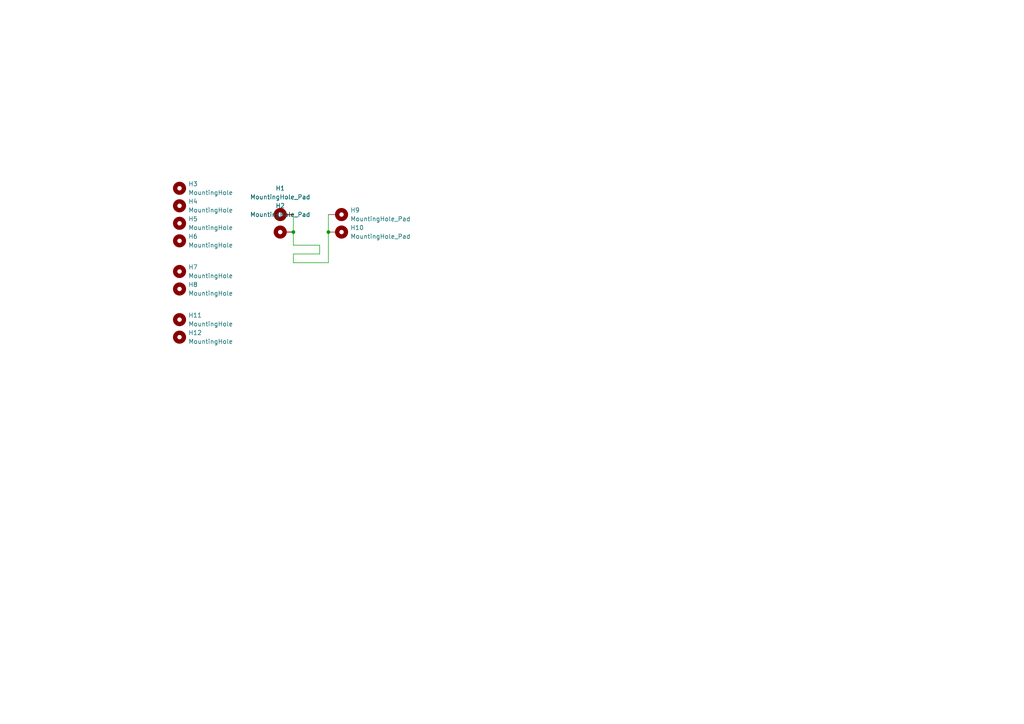
<source format=kicad_sch>
(kicad_sch (version 20230121) (generator eeschema)
  (paper "A4")
  (lib_symbols
    (symbol "Mechanical:MountingHole" (pin_names (offset 1.016))
      (property "Reference" "H" (at 0 5.08 0))
      (property "Value" "MountingHole" (at 0 3.175 0))
      (symbol "MountingHole_0_1"
        (circle (center 0 0) (radius 1.27) (stroke (width 1.27)))
      )
    )
    (symbol "Mechanical:MountingHole_Pad" (pin_numbers hide) (pin_names (offset 1.016) hide)
      (property "Reference" "H" (at 0 6.35 0))
      (property "Value" "MountingHole_Pad" (at 0 4.445 0))
      (symbol "MountingHole_Pad_0_1"
        (circle (center 0 1.27) (radius 1.27) (stroke (width 1.27)))
      )
      (symbol "MountingHole_Pad_1_1"
        (pin input line (at 0 -2.54 90) (length 2.54) (name "1") (number "1"))
      )
    )
  )
  (junction (at 95.25 67.31))
  (junction (at 85.09 67.31))
  (wire (pts (xy 92.71 73.66) (xy 85.09 73.66)))
  (wire (pts (xy 85.09 76.2) (xy 95.25 76.2)))
  (wire (pts (xy 85.09 62.23) (xy 85.09 67.31)))
  (wire (pts (xy 92.71 71.12) (xy 92.71 73.66)))
  (wire (pts (xy 95.25 67.31) (xy 95.25 76.2)))
  (wire (pts (xy 85.09 67.31) (xy 85.09 71.12)))
  (wire (pts (xy 95.25 62.23) (xy 95.25 67.31)))
  (wire (pts (xy 85.09 71.12) (xy 92.71 71.12)))
  (wire (pts (xy 85.09 73.66) (xy 85.09 76.2)))
  (symbol (lib_id "Mechanical:MountingHole") (at 52.07 92.71 0) (unit 1)
    (property "Reference" "H11" (at 54.61 91.4399 0) (effects (justify left)))
    (property "Value" "MountingHole" (at 54.61 93.9799 0) (effects (justify left)))
    (property "Footprint" "MountingHole:MountingHole_2.7mm_M2.5_Pad_TopOnly" (effects hide))
  )
  (symbol (lib_id "Mechanical:MountingHole") (at 52.07 59.69 0) (unit 1)
    (property "Reference" "H4" (at 54.61 58.4199 0) (effects (justify left)))
    (property "Value" "MountingHole" (at 54.61 60.9599 0) (effects (justify left)))
    (property "Footprint" "MountingHole:MountingHole_2.7mm_M2.5_Pad_TopOnly" (effects hide))
  )
  (symbol (lib_id "Mechanical:MountingHole") (at 52.07 78.74 0) (unit 1)
    (property "Reference" "H7" (at 54.61 77.4699 0) (effects (justify left)))
    (property "Value" "MountingHole" (at 54.61 80.0099 0) (effects (justify left)))
    (property "Footprint" "MountingHole:MountingHole_2.7mm_M2.5_Pad_TopOnly" (effects hide))
  )
  (symbol (lib_id "Mechanical:MountingHole") (at 52.07 69.85 0) (unit 1)
    (property "Reference" "H6" (at 54.61 68.5799 0) (effects (justify left)))
    (property "Value" "MountingHole" (at 54.61 71.1199 0) (effects (justify left)))
    (property "Footprint" "MountingHole:MountingHole_2.7mm_M2.5_Pad_TopOnly" (effects hide))
  )
  (symbol (lib_id "Mechanical:MountingHole_Pad") (at 82.55 67.31 90) (unit 1)
    (property "Reference" "H2" (at 81.28 59.69 90))
    (property "Value" "MountingHole_Pad" (at 81.28 62.23 90))
    (property "Footprint" "MHole:M3" (effects hide))
  )
  (symbol (lib_id "Mechanical:MountingHole") (at 52.07 64.77 0) (unit 1)
    (property "Reference" "H5" (at 54.61 63.4999 0) (effects (justify left)))
    (property "Value" "MountingHole" (at 54.61 66.0399 0) (effects (justify left)))
    (property "Footprint" "MountingHole:MountingHole_2.7mm_M2.5_Pad_TopOnly" (effects hide))
  )
  (symbol (lib_id "Mechanical:MountingHole_Pad") (at 97.79 62.23 270) (unit 1)
    (property "Reference" "H9" (at 101.6 60.9599 90) (effects (justify left)))
    (property "Value" "MountingHole_Pad" (at 101.6 63.4999 90) (effects (justify left)))
    (property "Footprint" "MHole:M3" (effects hide))
  )
  (symbol (lib_id "Mechanical:MountingHole_Pad") (at 82.55 62.23 90) (unit 1)
    (property "Reference" "H1" (at 81.28 54.61 90))
    (property "Value" "MountingHole_Pad" (at 81.28 57.15 90))
    (property "Footprint" "MHole:M2.5" (effects hide))
  )
  (symbol (lib_id "Mechanical:MountingHole") (at 52.07 97.79 0) (unit 1)
    (property "Reference" "H12" (at 54.61 96.5199 0) (effects (justify left)))
    (property "Value" "MountingHole" (at 54.61 99.0599 0) (effects (justify left)))
    (property "Footprint" "MountingHole:MountingHole_2.7mm_M2.5_Pad_TopOnly" (effects hide))
  )
  (symbol (lib_id "Mechanical:MountingHole") (at 52.07 54.61 0) (unit 1)
    (property "Reference" "H3" (at 54.61 53.3399 0) (effects (justify left)))
    (property "Value" "MountingHole" (at 54.61 55.8799 0) (effects (justify left)))
    (property "Footprint" "MountingHole:MountingHole_2.7mm_M2.5_Pad_TopOnly" (effects hide))
  )
  (symbol (lib_id "Mechanical:MountingHole") (at 52.07 83.82 0) (unit 1)
    (property "Reference" "H8" (at 54.61 82.5499 0) (effects (justify left)))
    (property "Value" "MountingHole" (at 54.61 85.0899 0) (effects (justify left)))
    (property "Footprint" "MountingHole:MountingHole_2.7mm_M2.5_Pad_TopOnly" (effects hide))
  )
  (symbol (lib_id "Mechanical:MountingHole_Pad") (at 97.79 67.31 270) (unit 1)
    (property "Reference" "H10" (at 101.6 66.0399 90) (effects (justify left)))
    (property "Value" "MountingHole_Pad" (at 101.6 68.5799 90) (effects (justify left)))
    (property "Footprint" "MHole:M2.5" (effects hide))
  )
)
</source>
